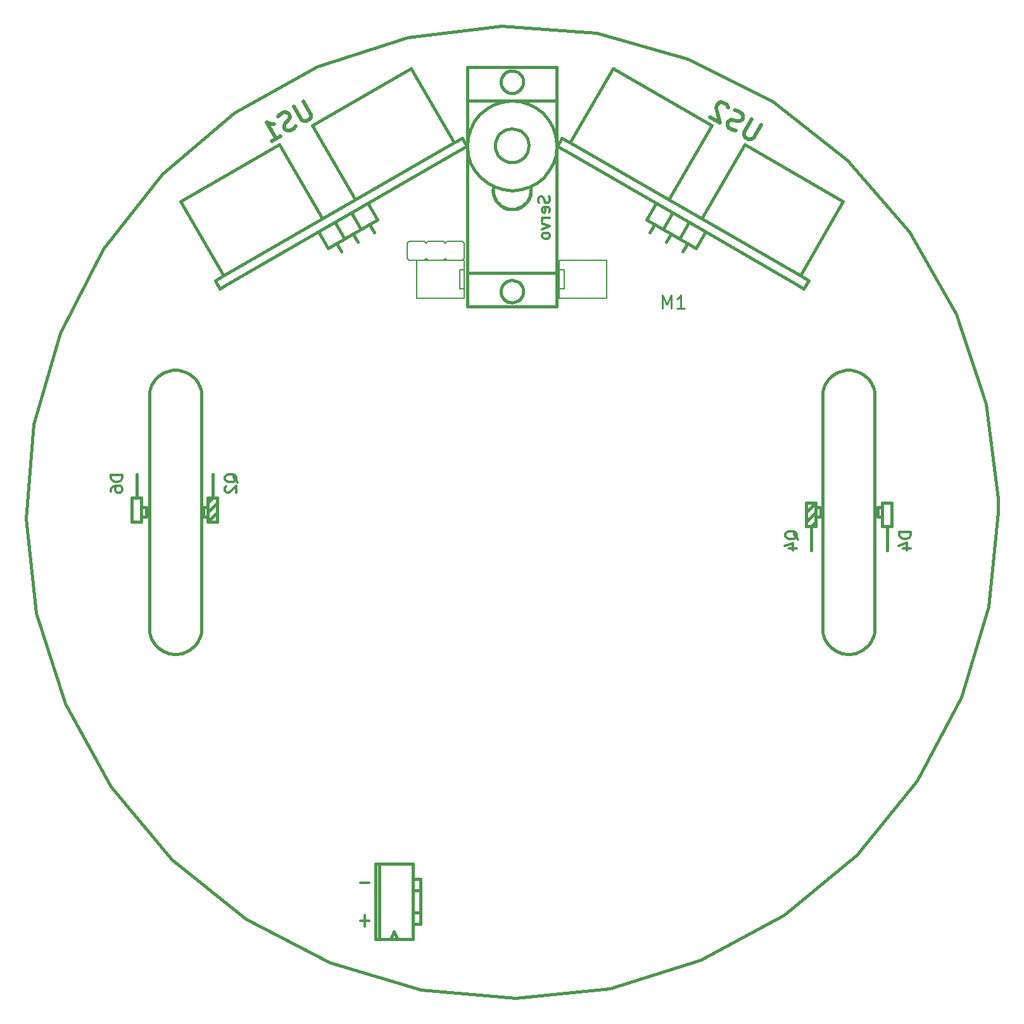
<source format=gbo>
G04 (created by PCBNEW-RS274X (2011-nov-30)-testing) date Mon 09 Jul 2012 07:17:13 PM CEST*
%MOIN*%
G04 Gerber Fmt 3.4, Leading zero omitted, Abs format*
%FSLAX34Y34*%
G01*
G70*
G90*
G04 APERTURE LIST*
%ADD10C,0.006*%
%ADD11C,0.012*%
%ADD12C,0.015*%
%ADD13C,0.005*%
%ADD14C,0.01*%
%ADD15C,0.02*%
G04 APERTURE END LIST*
G54D10*
G54D11*
X50487Y-60858D02*
X50944Y-60858D01*
X50487Y-62858D02*
X50944Y-62858D01*
X50715Y-63163D02*
X50715Y-62553D01*
G54D12*
X84056Y-41339D02*
X83568Y-46309D01*
X82125Y-51090D01*
X79780Y-55500D01*
X76623Y-59371D01*
X72775Y-62554D01*
X68381Y-64930D01*
X63610Y-66407D01*
X58643Y-66929D01*
X53670Y-66476D01*
X48879Y-65066D01*
X44453Y-62752D01*
X40560Y-59623D01*
X37350Y-55797D01*
X34944Y-51420D01*
X33434Y-46659D01*
X32877Y-41696D01*
X33295Y-36720D01*
X34672Y-31919D01*
X36955Y-27477D01*
X40057Y-23562D01*
X43860Y-20325D01*
X48220Y-17889D01*
X52970Y-16345D01*
X57930Y-15754D01*
X62908Y-16137D01*
X67719Y-17480D01*
X72177Y-19732D01*
X76113Y-22807D01*
X79376Y-26588D01*
X81843Y-30931D01*
X83420Y-35670D01*
X84046Y-40625D01*
X84056Y-41339D01*
X39371Y-41339D02*
X39371Y-35237D01*
X39371Y-41339D02*
X39371Y-47441D01*
X42126Y-47441D02*
X42126Y-35237D01*
X40749Y-33859D02*
X40629Y-33865D01*
X40510Y-33880D01*
X40393Y-33906D01*
X40278Y-33943D01*
X40167Y-33989D01*
X40061Y-34044D01*
X39959Y-34109D01*
X39864Y-34182D01*
X39775Y-34263D01*
X39694Y-34352D01*
X39621Y-34447D01*
X39556Y-34549D01*
X39501Y-34655D01*
X39455Y-34766D01*
X39418Y-34881D01*
X39392Y-34998D01*
X39377Y-35117D01*
X39371Y-35237D01*
X42127Y-35237D02*
X42121Y-35117D01*
X42106Y-34998D01*
X42080Y-34881D01*
X42043Y-34766D01*
X41997Y-34655D01*
X41942Y-34549D01*
X41877Y-34447D01*
X41804Y-34352D01*
X41723Y-34263D01*
X41634Y-34182D01*
X41539Y-34109D01*
X41438Y-34044D01*
X41331Y-33989D01*
X41220Y-33943D01*
X41105Y-33906D01*
X40988Y-33880D01*
X40869Y-33865D01*
X40749Y-33859D01*
X39371Y-47441D02*
X39377Y-47561D01*
X39392Y-47680D01*
X39418Y-47797D01*
X39455Y-47912D01*
X39501Y-48023D01*
X39556Y-48129D01*
X39621Y-48231D01*
X39694Y-48326D01*
X39775Y-48415D01*
X39864Y-48496D01*
X39959Y-48569D01*
X40061Y-48634D01*
X40167Y-48689D01*
X40278Y-48735D01*
X40393Y-48772D01*
X40510Y-48798D01*
X40629Y-48813D01*
X40749Y-48819D01*
X40749Y-48818D02*
X40869Y-48812D01*
X40988Y-48797D01*
X41105Y-48771D01*
X41219Y-48734D01*
X41330Y-48688D01*
X41437Y-48633D01*
X41538Y-48568D01*
X41634Y-48495D01*
X41722Y-48414D01*
X41803Y-48326D01*
X41876Y-48230D01*
X41941Y-48129D01*
X41996Y-48022D01*
X42042Y-47911D01*
X42079Y-47797D01*
X42105Y-47680D01*
X42120Y-47561D01*
X42126Y-47441D01*
X76182Y-48818D02*
X76302Y-48812D01*
X76421Y-48797D01*
X76538Y-48771D01*
X76652Y-48734D01*
X76763Y-48688D01*
X76870Y-48633D01*
X76971Y-48568D01*
X77067Y-48495D01*
X77155Y-48414D01*
X77236Y-48326D01*
X77309Y-48230D01*
X77374Y-48129D01*
X77429Y-48022D01*
X77475Y-47911D01*
X77512Y-47797D01*
X77538Y-47680D01*
X77553Y-47561D01*
X77559Y-47441D01*
X74804Y-47441D02*
X74810Y-47561D01*
X74825Y-47680D01*
X74851Y-47797D01*
X74888Y-47912D01*
X74934Y-48023D01*
X74989Y-48129D01*
X75054Y-48231D01*
X75127Y-48326D01*
X75208Y-48415D01*
X75297Y-48496D01*
X75392Y-48569D01*
X75494Y-48634D01*
X75600Y-48689D01*
X75711Y-48735D01*
X75826Y-48772D01*
X75943Y-48798D01*
X76062Y-48813D01*
X76182Y-48819D01*
X77560Y-35237D02*
X77554Y-35117D01*
X77539Y-34998D01*
X77513Y-34881D01*
X77476Y-34766D01*
X77430Y-34655D01*
X77375Y-34549D01*
X77310Y-34447D01*
X77237Y-34352D01*
X77156Y-34263D01*
X77067Y-34182D01*
X76972Y-34109D01*
X76871Y-34044D01*
X76764Y-33989D01*
X76653Y-33943D01*
X76538Y-33906D01*
X76421Y-33880D01*
X76302Y-33865D01*
X76182Y-33859D01*
X76182Y-33859D02*
X76062Y-33865D01*
X75943Y-33880D01*
X75826Y-33906D01*
X75711Y-33943D01*
X75600Y-33989D01*
X75494Y-34044D01*
X75392Y-34109D01*
X75297Y-34182D01*
X75208Y-34263D01*
X75127Y-34352D01*
X75054Y-34447D01*
X74989Y-34549D01*
X74934Y-34655D01*
X74888Y-34766D01*
X74851Y-34881D01*
X74825Y-34998D01*
X74810Y-35117D01*
X74804Y-35237D01*
X77559Y-47441D02*
X77559Y-35237D01*
X74804Y-41339D02*
X74804Y-47441D01*
X74804Y-41339D02*
X74804Y-35237D01*
X57482Y-24213D02*
X57469Y-24299D01*
X57463Y-24387D01*
X57465Y-24473D01*
X57474Y-24560D01*
X57491Y-24646D01*
X57515Y-24730D01*
X57547Y-24812D01*
X57586Y-24890D01*
X57631Y-24965D01*
X57683Y-25036D01*
X57740Y-25101D01*
X57804Y-25162D01*
X57872Y-25217D01*
X57944Y-25266D01*
X58021Y-25308D01*
X58101Y-25343D01*
X58184Y-25371D01*
X58269Y-25392D01*
X58661Y-25392D02*
X58746Y-25371D01*
X58829Y-25343D01*
X58909Y-25308D01*
X58986Y-25266D01*
X59058Y-25217D01*
X59126Y-25162D01*
X59190Y-25101D01*
X59247Y-25036D01*
X59299Y-24965D01*
X59344Y-24890D01*
X59383Y-24812D01*
X59415Y-24730D01*
X59439Y-24646D01*
X59456Y-24560D01*
X59465Y-24473D01*
X59467Y-24387D01*
X59461Y-24299D01*
X59448Y-24213D01*
X58465Y-25393D02*
X58550Y-25389D01*
X58635Y-25378D01*
X58719Y-25359D01*
X58801Y-25333D01*
X58880Y-25300D01*
X58957Y-25261D01*
X59029Y-25215D01*
X59097Y-25162D01*
X59160Y-25104D01*
X59218Y-25041D01*
X59271Y-24973D01*
X59317Y-24900D01*
X59356Y-24824D01*
X59389Y-24745D01*
X59415Y-24663D01*
X59434Y-24579D01*
X59445Y-24494D01*
X59449Y-24409D01*
X57481Y-24409D02*
X57485Y-24494D01*
X57496Y-24579D01*
X57515Y-24663D01*
X57541Y-24745D01*
X57574Y-24824D01*
X57613Y-24900D01*
X57659Y-24973D01*
X57712Y-25041D01*
X57770Y-25104D01*
X57833Y-25162D01*
X57901Y-25215D01*
X57973Y-25261D01*
X58050Y-25300D01*
X58129Y-25333D01*
X58211Y-25359D01*
X58295Y-25378D01*
X58380Y-25389D01*
X58465Y-25393D01*
X60827Y-19685D02*
X60827Y-17913D01*
X56103Y-19685D02*
X56103Y-17913D01*
X60827Y-29133D02*
X60827Y-30511D01*
X56103Y-29133D02*
X56103Y-30511D01*
X60827Y-28740D02*
X56103Y-28740D01*
X60827Y-30511D02*
X56103Y-30511D01*
X60827Y-17913D02*
X56103Y-17913D01*
X59056Y-29724D02*
X59044Y-29838D01*
X59011Y-29949D01*
X58957Y-30051D01*
X58884Y-30140D01*
X58795Y-30213D01*
X58694Y-30268D01*
X58583Y-30302D01*
X58469Y-30314D01*
X58355Y-30304D01*
X58244Y-30271D01*
X58142Y-30218D01*
X58052Y-30146D01*
X57978Y-30057D01*
X57922Y-29956D01*
X57887Y-29846D01*
X57875Y-29732D01*
X57884Y-29618D01*
X57916Y-29507D01*
X57969Y-29404D01*
X58040Y-29314D01*
X58128Y-29239D01*
X58229Y-29183D01*
X58339Y-29147D01*
X58453Y-29134D01*
X58567Y-29142D01*
X58678Y-29173D01*
X58781Y-29226D01*
X58872Y-29297D01*
X58947Y-29384D01*
X59004Y-29484D01*
X59041Y-29594D01*
X59055Y-29708D01*
X59056Y-29724D01*
X59056Y-18700D02*
X59044Y-18814D01*
X59011Y-18925D01*
X58957Y-19027D01*
X58884Y-19116D01*
X58795Y-19189D01*
X58694Y-19244D01*
X58583Y-19278D01*
X58469Y-19290D01*
X58355Y-19280D01*
X58244Y-19247D01*
X58142Y-19194D01*
X58052Y-19122D01*
X57978Y-19033D01*
X57922Y-18932D01*
X57887Y-18822D01*
X57875Y-18708D01*
X57884Y-18594D01*
X57916Y-18483D01*
X57969Y-18380D01*
X58040Y-18290D01*
X58128Y-18215D01*
X58229Y-18159D01*
X58339Y-18123D01*
X58453Y-18110D01*
X58567Y-18118D01*
X58678Y-18149D01*
X58781Y-18202D01*
X58872Y-18273D01*
X58947Y-18360D01*
X59004Y-18460D01*
X59041Y-18570D01*
X59055Y-18684D01*
X59056Y-18700D01*
X58465Y-19685D02*
X56103Y-19685D01*
X56103Y-19685D02*
X56103Y-29133D01*
X60827Y-29133D02*
X60827Y-19685D01*
X60827Y-19685D02*
X58465Y-19685D01*
X60827Y-22047D02*
X60782Y-22505D01*
X60648Y-22947D01*
X60432Y-23354D01*
X60141Y-23711D01*
X59785Y-24005D01*
X59380Y-24224D01*
X58939Y-24360D01*
X58481Y-24408D01*
X58023Y-24367D01*
X57581Y-24237D01*
X57172Y-24023D01*
X56813Y-23734D01*
X56517Y-23381D01*
X56295Y-22977D01*
X56155Y-22538D01*
X56104Y-22079D01*
X56142Y-21621D01*
X56269Y-21178D01*
X56480Y-20768D01*
X56766Y-20407D01*
X57117Y-20108D01*
X57520Y-19883D01*
X57958Y-19741D01*
X58416Y-19686D01*
X58875Y-19721D01*
X59319Y-19845D01*
X59730Y-20053D01*
X60093Y-20337D01*
X60395Y-20686D01*
X60622Y-21087D01*
X60768Y-21524D01*
X60826Y-21982D01*
X60827Y-22047D01*
X59351Y-22047D02*
X59334Y-22219D01*
X59284Y-22384D01*
X59202Y-22537D01*
X59093Y-22671D01*
X58960Y-22781D01*
X58808Y-22863D01*
X58643Y-22914D01*
X58471Y-22932D01*
X58299Y-22917D01*
X58134Y-22868D01*
X57980Y-22788D01*
X57846Y-22680D01*
X57734Y-22547D01*
X57651Y-22396D01*
X57599Y-22231D01*
X57580Y-22059D01*
X57594Y-21888D01*
X57642Y-21721D01*
X57721Y-21568D01*
X57828Y-21432D01*
X57960Y-21320D01*
X58111Y-21236D01*
X58275Y-21182D01*
X58447Y-21162D01*
X58618Y-21175D01*
X58785Y-21221D01*
X58939Y-21299D01*
X59076Y-21406D01*
X59188Y-21537D01*
X59274Y-21687D01*
X59328Y-21851D01*
X59350Y-22023D01*
X59351Y-22047D01*
X65973Y-26193D02*
X65723Y-26626D01*
X66839Y-26693D02*
X66589Y-27126D01*
X67705Y-27193D02*
X67455Y-27626D01*
X67272Y-26943D02*
X67772Y-26077D01*
X66406Y-26443D02*
X66906Y-25577D01*
X65540Y-25943D02*
X66040Y-25077D01*
X65540Y-25943D02*
X68138Y-27443D01*
X68138Y-27443D02*
X68638Y-26577D01*
X73651Y-28894D02*
X75901Y-24997D01*
X75901Y-24997D02*
X70705Y-21997D01*
X70705Y-21997D02*
X68455Y-25894D01*
X73651Y-28894D02*
X74084Y-29144D01*
X74084Y-29144D02*
X73834Y-29577D01*
X73834Y-29577D02*
X73401Y-29327D01*
X61527Y-21894D02*
X61094Y-21644D01*
X61094Y-21644D02*
X60844Y-22077D01*
X60844Y-22077D02*
X61277Y-22327D01*
X63777Y-17997D02*
X61527Y-21894D01*
X63777Y-17997D02*
X68973Y-20997D01*
X68973Y-20997D02*
X66723Y-24894D01*
X61527Y-21894D02*
X73651Y-28894D01*
X73401Y-29327D02*
X67339Y-25827D01*
X67339Y-25827D02*
X61277Y-22327D01*
X49225Y-27193D02*
X49475Y-27626D01*
X50091Y-26693D02*
X50341Y-27126D01*
X50957Y-26193D02*
X51207Y-26626D01*
X50524Y-26443D02*
X50024Y-25577D01*
X49658Y-26943D02*
X49158Y-26077D01*
X48792Y-27443D02*
X48292Y-26577D01*
X48792Y-27443D02*
X51390Y-25943D01*
X51390Y-25943D02*
X50890Y-25077D01*
X55403Y-21894D02*
X53153Y-17997D01*
X53153Y-17997D02*
X47957Y-20997D01*
X47957Y-20997D02*
X50207Y-24894D01*
X55403Y-21894D02*
X55836Y-21644D01*
X55836Y-21644D02*
X56086Y-22077D01*
X56086Y-22077D02*
X55653Y-22327D01*
X43279Y-28894D02*
X42846Y-29144D01*
X42846Y-29144D02*
X43096Y-29577D01*
X43096Y-29577D02*
X43529Y-29327D01*
X41029Y-24997D02*
X43279Y-28894D01*
X41029Y-24997D02*
X46225Y-21997D01*
X46225Y-21997D02*
X48475Y-25894D01*
X43279Y-28894D02*
X55403Y-21894D01*
X55653Y-22327D02*
X49591Y-25827D01*
X49591Y-25827D02*
X43529Y-29327D01*
X77965Y-41089D02*
X77715Y-41089D01*
X77715Y-41089D02*
X77715Y-41589D01*
X77715Y-41589D02*
X77965Y-41589D01*
X78465Y-42089D02*
X78465Y-40839D01*
X78465Y-40839D02*
X77965Y-40839D01*
X77965Y-40839D02*
X77965Y-42089D01*
X78215Y-42089D02*
X78215Y-43339D01*
X78465Y-42089D02*
X77965Y-42089D01*
X38965Y-41589D02*
X39215Y-41589D01*
X39215Y-41589D02*
X39215Y-41089D01*
X39215Y-41089D02*
X38965Y-41089D01*
X38465Y-40589D02*
X38465Y-41839D01*
X38465Y-41839D02*
X38965Y-41839D01*
X38965Y-41839D02*
X38965Y-40589D01*
X38715Y-40589D02*
X38715Y-39339D01*
X38465Y-40589D02*
X38965Y-40589D01*
G54D13*
X55965Y-27189D02*
X55865Y-27089D01*
X55865Y-27089D02*
X55065Y-27089D01*
X55865Y-28089D02*
X55965Y-27989D01*
X55965Y-27989D02*
X55965Y-27189D01*
X52965Y-27989D02*
X53065Y-28089D01*
X53065Y-28089D02*
X53865Y-28089D01*
X53865Y-28089D02*
X53965Y-27989D01*
X53965Y-27989D02*
X54065Y-28089D01*
X54065Y-28089D02*
X54865Y-28089D01*
X54865Y-28089D02*
X54965Y-27989D01*
X54965Y-27989D02*
X55065Y-28089D01*
X55065Y-28089D02*
X55865Y-28089D01*
X53065Y-27089D02*
X52965Y-27189D01*
X52965Y-27189D02*
X52965Y-27989D01*
X55065Y-27089D02*
X54965Y-27189D01*
X54965Y-27189D02*
X54865Y-27089D01*
X54865Y-27089D02*
X54065Y-27089D01*
X54065Y-27089D02*
X53965Y-27189D01*
X53965Y-27189D02*
X53865Y-27089D01*
X53865Y-27089D02*
X53065Y-27089D01*
G54D12*
X42465Y-40839D02*
X42715Y-40589D01*
X42465Y-41339D02*
X42965Y-40839D01*
X42465Y-41839D02*
X42965Y-41339D01*
X42215Y-41589D02*
X42465Y-41589D01*
X42215Y-41589D02*
X42215Y-41089D01*
X42465Y-41089D02*
X42215Y-41089D01*
X42465Y-40589D02*
X42465Y-41839D01*
X42465Y-41839D02*
X42965Y-41839D01*
X42965Y-41839D02*
X42965Y-40589D01*
X42715Y-40589D02*
X42715Y-39339D01*
X42465Y-40589D02*
X42965Y-40589D01*
X74465Y-41839D02*
X74215Y-42089D01*
X74465Y-41339D02*
X73965Y-41839D01*
X74465Y-40839D02*
X73965Y-41339D01*
X74715Y-41089D02*
X74465Y-41089D01*
X74715Y-41089D02*
X74715Y-41589D01*
X74465Y-41589D02*
X74715Y-41589D01*
X74465Y-42089D02*
X74465Y-40839D01*
X74465Y-40839D02*
X73965Y-40839D01*
X73965Y-40839D02*
X73965Y-42089D01*
X74215Y-42089D02*
X74215Y-43339D01*
X74465Y-42089D02*
X73965Y-42089D01*
G54D13*
X55965Y-29589D02*
X55715Y-29589D01*
X55715Y-29589D02*
X55715Y-28589D01*
X55715Y-28589D02*
X55965Y-28589D01*
X55965Y-30089D02*
X55965Y-28089D01*
X55965Y-28089D02*
X53465Y-28089D01*
X53465Y-28089D02*
X53465Y-30089D01*
X53465Y-30089D02*
X55965Y-30089D01*
X60965Y-28589D02*
X61215Y-28589D01*
X61215Y-28589D02*
X61215Y-29589D01*
X61215Y-29589D02*
X60965Y-29589D01*
X60965Y-28089D02*
X60965Y-30089D01*
X60965Y-30089D02*
X63465Y-30089D01*
X63465Y-30089D02*
X63465Y-28089D01*
X63465Y-28089D02*
X60965Y-28089D01*
G54D12*
X52465Y-63808D02*
X52268Y-63414D01*
X52268Y-63414D02*
X52071Y-63808D01*
X53646Y-61248D02*
X53252Y-61248D01*
X53646Y-62430D02*
X53252Y-62430D01*
X53252Y-60658D02*
X53646Y-60658D01*
X53646Y-60658D02*
X53646Y-63020D01*
X53646Y-63020D02*
X53252Y-63020D01*
X51481Y-63808D02*
X51284Y-63808D01*
X51284Y-63808D02*
X51284Y-59870D01*
X51284Y-59870D02*
X51481Y-59870D01*
X52465Y-63808D02*
X51481Y-63808D01*
X51481Y-63808D02*
X51481Y-59870D01*
X51481Y-59870D02*
X53252Y-59870D01*
X53252Y-59870D02*
X53252Y-63808D01*
X53252Y-63808D02*
X52465Y-63808D01*
G54D14*
X66399Y-30622D02*
X66399Y-29922D01*
X66632Y-30422D01*
X66865Y-29922D01*
X66865Y-30622D01*
X67565Y-30622D02*
X67165Y-30622D01*
X67365Y-30622D02*
X67365Y-29922D01*
X67299Y-30022D01*
X67232Y-30089D01*
X67165Y-30122D01*
G54D11*
X60429Y-24725D02*
X60458Y-24811D01*
X60458Y-24954D01*
X60429Y-25011D01*
X60401Y-25040D01*
X60344Y-25068D01*
X60286Y-25068D01*
X60229Y-25040D01*
X60201Y-25011D01*
X60172Y-24954D01*
X60144Y-24840D01*
X60115Y-24782D01*
X60086Y-24754D01*
X60029Y-24725D01*
X59972Y-24725D01*
X59915Y-24754D01*
X59886Y-24782D01*
X59858Y-24840D01*
X59858Y-24982D01*
X59886Y-25068D01*
X60429Y-25553D02*
X60458Y-25496D01*
X60458Y-25382D01*
X60429Y-25325D01*
X60372Y-25296D01*
X60144Y-25296D01*
X60086Y-25325D01*
X60058Y-25382D01*
X60058Y-25496D01*
X60086Y-25553D01*
X60144Y-25582D01*
X60201Y-25582D01*
X60258Y-25296D01*
X60458Y-25839D02*
X60058Y-25839D01*
X60172Y-25839D02*
X60115Y-25867D01*
X60086Y-25896D01*
X60058Y-25953D01*
X60058Y-26010D01*
X60058Y-26153D02*
X60458Y-26296D01*
X60058Y-26438D01*
X60458Y-26753D02*
X60429Y-26695D01*
X60401Y-26667D01*
X60344Y-26638D01*
X60172Y-26638D01*
X60115Y-26667D01*
X60086Y-26695D01*
X60058Y-26753D01*
X60058Y-26838D01*
X60086Y-26895D01*
X60115Y-26924D01*
X60172Y-26953D01*
X60344Y-26953D01*
X60401Y-26924D01*
X60429Y-26895D01*
X60458Y-26838D01*
X60458Y-26753D01*
G54D15*
X71585Y-20943D02*
X71180Y-21643D01*
X71091Y-21702D01*
X71026Y-21720D01*
X70919Y-21713D01*
X70755Y-21618D01*
X70696Y-21529D01*
X70678Y-21464D01*
X70685Y-21357D01*
X71089Y-20657D01*
X70243Y-21267D02*
X70095Y-21237D01*
X69889Y-21118D01*
X69830Y-21029D01*
X69812Y-20964D01*
X69819Y-20857D01*
X69866Y-20775D01*
X69955Y-20717D01*
X70020Y-20699D01*
X70127Y-20706D01*
X70315Y-20759D01*
X70421Y-20765D01*
X70487Y-20749D01*
X70576Y-20690D01*
X70624Y-20607D01*
X70630Y-20501D01*
X70612Y-20435D01*
X70553Y-20347D01*
X70347Y-20228D01*
X70200Y-20197D01*
X69847Y-20049D02*
X69829Y-19983D01*
X69770Y-19895D01*
X69564Y-19776D01*
X69458Y-19769D01*
X69393Y-19787D01*
X69304Y-19845D01*
X69256Y-19928D01*
X69226Y-20075D01*
X69435Y-20856D01*
X68899Y-20547D01*
X47490Y-19705D02*
X47894Y-20405D01*
X47901Y-20512D01*
X47883Y-20577D01*
X47824Y-20666D01*
X47660Y-20761D01*
X47553Y-20767D01*
X47488Y-20750D01*
X47399Y-20691D01*
X46994Y-19991D01*
X47100Y-21029D02*
X47000Y-21142D01*
X46794Y-21261D01*
X46687Y-21268D01*
X46622Y-21250D01*
X46533Y-21191D01*
X46485Y-21109D01*
X46479Y-21003D01*
X46496Y-20938D01*
X46556Y-20849D01*
X46696Y-20712D01*
X46754Y-20623D01*
X46773Y-20559D01*
X46766Y-20452D01*
X46719Y-20369D01*
X46630Y-20311D01*
X46564Y-20293D01*
X46458Y-20300D01*
X46252Y-20419D01*
X46152Y-20531D01*
X45804Y-21833D02*
X46299Y-21547D01*
X46051Y-21690D02*
X45551Y-20824D01*
X45705Y-20900D01*
X45835Y-20935D01*
X45942Y-20928D01*
G54D11*
X79458Y-42397D02*
X78858Y-42397D01*
X78858Y-42540D01*
X78886Y-42625D01*
X78944Y-42683D01*
X79001Y-42711D01*
X79115Y-42740D01*
X79201Y-42740D01*
X79315Y-42711D01*
X79372Y-42683D01*
X79429Y-42625D01*
X79458Y-42540D01*
X79458Y-42397D01*
X79058Y-43254D02*
X79458Y-43254D01*
X78829Y-43111D02*
X79258Y-42968D01*
X79258Y-43340D01*
X37958Y-39397D02*
X37358Y-39397D01*
X37358Y-39540D01*
X37386Y-39625D01*
X37444Y-39683D01*
X37501Y-39711D01*
X37615Y-39740D01*
X37701Y-39740D01*
X37815Y-39711D01*
X37872Y-39683D01*
X37929Y-39625D01*
X37958Y-39540D01*
X37958Y-39397D01*
X37358Y-40254D02*
X37358Y-40140D01*
X37386Y-40083D01*
X37415Y-40054D01*
X37501Y-39997D01*
X37615Y-39968D01*
X37844Y-39968D01*
X37901Y-39997D01*
X37929Y-40025D01*
X37958Y-40083D01*
X37958Y-40197D01*
X37929Y-40254D01*
X37901Y-40283D01*
X37844Y-40311D01*
X37701Y-40311D01*
X37644Y-40283D01*
X37615Y-40254D01*
X37586Y-40197D01*
X37586Y-40083D01*
X37615Y-40025D01*
X37644Y-39997D01*
X37701Y-39968D01*
X44014Y-39782D02*
X43985Y-39725D01*
X43928Y-39668D01*
X43843Y-39582D01*
X43814Y-39525D01*
X43814Y-39468D01*
X43957Y-39497D02*
X43928Y-39440D01*
X43871Y-39383D01*
X43757Y-39354D01*
X43558Y-39354D01*
X43444Y-39383D01*
X43386Y-39440D01*
X43358Y-39497D01*
X43358Y-39611D01*
X43386Y-39668D01*
X43444Y-39725D01*
X43558Y-39753D01*
X43757Y-39753D01*
X43871Y-39725D01*
X43928Y-39668D01*
X43957Y-39611D01*
X43957Y-39497D01*
X43415Y-39982D02*
X43386Y-40011D01*
X43358Y-40068D01*
X43358Y-40210D01*
X43386Y-40267D01*
X43415Y-40296D01*
X43472Y-40324D01*
X43529Y-40324D01*
X43615Y-40296D01*
X43957Y-39954D01*
X43957Y-40324D01*
X73514Y-42782D02*
X73485Y-42725D01*
X73428Y-42668D01*
X73343Y-42582D01*
X73314Y-42525D01*
X73314Y-42468D01*
X73457Y-42497D02*
X73428Y-42440D01*
X73371Y-42383D01*
X73257Y-42354D01*
X73058Y-42354D01*
X72944Y-42383D01*
X72886Y-42440D01*
X72858Y-42497D01*
X72858Y-42611D01*
X72886Y-42668D01*
X72944Y-42725D01*
X73058Y-42753D01*
X73257Y-42753D01*
X73371Y-42725D01*
X73428Y-42668D01*
X73457Y-42611D01*
X73457Y-42497D01*
X73058Y-43267D02*
X73457Y-43267D01*
X72829Y-43125D02*
X73257Y-42982D01*
X73257Y-43353D01*
M02*

</source>
